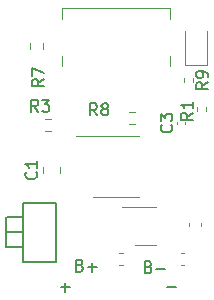
<source format=gbr>
%TF.GenerationSoftware,KiCad,Pcbnew,7.0.7*%
%TF.CreationDate,2023-09-27T10:33:14+01:00*%
%TF.ProjectId,tp4650+10a45,74703436-3530-42b3-9130-6134352e6b69,rev?*%
%TF.SameCoordinates,Original*%
%TF.FileFunction,Legend,Top*%
%TF.FilePolarity,Positive*%
%FSLAX46Y46*%
G04 Gerber Fmt 4.6, Leading zero omitted, Abs format (unit mm)*
G04 Created by KiCad (PCBNEW 7.0.7) date 2023-09-27 10:33:14*
%MOMM*%
%LPD*%
G01*
G04 APERTURE LIST*
%ADD10C,0.150000*%
%ADD11C,0.120000*%
G04 APERTURE END LIST*
D10*
X133324648Y-97228866D02*
X134086553Y-97228866D01*
X133705600Y-97609819D02*
X133705600Y-96847914D01*
X134935981Y-95358809D02*
X135078838Y-95406428D01*
X135078838Y-95406428D02*
X135126457Y-95454047D01*
X135126457Y-95454047D02*
X135174076Y-95549285D01*
X135174076Y-95549285D02*
X135174076Y-95692142D01*
X135174076Y-95692142D02*
X135126457Y-95787380D01*
X135126457Y-95787380D02*
X135078838Y-95835000D01*
X135078838Y-95835000D02*
X134983600Y-95882619D01*
X134983600Y-95882619D02*
X134602648Y-95882619D01*
X134602648Y-95882619D02*
X134602648Y-94882619D01*
X134602648Y-94882619D02*
X134935981Y-94882619D01*
X134935981Y-94882619D02*
X135031219Y-94930238D01*
X135031219Y-94930238D02*
X135078838Y-94977857D01*
X135078838Y-94977857D02*
X135126457Y-95073095D01*
X135126457Y-95073095D02*
X135126457Y-95168333D01*
X135126457Y-95168333D02*
X135078838Y-95263571D01*
X135078838Y-95263571D02*
X135031219Y-95311190D01*
X135031219Y-95311190D02*
X134935981Y-95358809D01*
X134935981Y-95358809D02*
X134602648Y-95358809D01*
X135602648Y-95501666D02*
X136364553Y-95501666D01*
X135983600Y-95882619D02*
X135983600Y-95120714D01*
X142290848Y-97228866D02*
X143052753Y-97228866D01*
X140752581Y-95485809D02*
X140895438Y-95533428D01*
X140895438Y-95533428D02*
X140943057Y-95581047D01*
X140943057Y-95581047D02*
X140990676Y-95676285D01*
X140990676Y-95676285D02*
X140990676Y-95819142D01*
X140990676Y-95819142D02*
X140943057Y-95914380D01*
X140943057Y-95914380D02*
X140895438Y-95962000D01*
X140895438Y-95962000D02*
X140800200Y-96009619D01*
X140800200Y-96009619D02*
X140419248Y-96009619D01*
X140419248Y-96009619D02*
X140419248Y-95009619D01*
X140419248Y-95009619D02*
X140752581Y-95009619D01*
X140752581Y-95009619D02*
X140847819Y-95057238D01*
X140847819Y-95057238D02*
X140895438Y-95104857D01*
X140895438Y-95104857D02*
X140943057Y-95200095D01*
X140943057Y-95200095D02*
X140943057Y-95295333D01*
X140943057Y-95295333D02*
X140895438Y-95390571D01*
X140895438Y-95390571D02*
X140847819Y-95438190D01*
X140847819Y-95438190D02*
X140752581Y-95485809D01*
X140752581Y-95485809D02*
X140419248Y-95485809D01*
X141419248Y-95628666D02*
X142181153Y-95628666D01*
X131874419Y-79617866D02*
X131398228Y-79951199D01*
X131874419Y-80189294D02*
X130874419Y-80189294D01*
X130874419Y-80189294D02*
X130874419Y-79808342D01*
X130874419Y-79808342D02*
X130922038Y-79713104D01*
X130922038Y-79713104D02*
X130969657Y-79665485D01*
X130969657Y-79665485D02*
X131064895Y-79617866D01*
X131064895Y-79617866D02*
X131207752Y-79617866D01*
X131207752Y-79617866D02*
X131302990Y-79665485D01*
X131302990Y-79665485D02*
X131350609Y-79713104D01*
X131350609Y-79713104D02*
X131398228Y-79808342D01*
X131398228Y-79808342D02*
X131398228Y-80189294D01*
X130874419Y-79284532D02*
X130874419Y-78617866D01*
X130874419Y-78617866D02*
X131874419Y-79046437D01*
X142669580Y-83458666D02*
X142717200Y-83506285D01*
X142717200Y-83506285D02*
X142764819Y-83649142D01*
X142764819Y-83649142D02*
X142764819Y-83744380D01*
X142764819Y-83744380D02*
X142717200Y-83887237D01*
X142717200Y-83887237D02*
X142621961Y-83982475D01*
X142621961Y-83982475D02*
X142526723Y-84030094D01*
X142526723Y-84030094D02*
X142336247Y-84077713D01*
X142336247Y-84077713D02*
X142193390Y-84077713D01*
X142193390Y-84077713D02*
X142002914Y-84030094D01*
X142002914Y-84030094D02*
X141907676Y-83982475D01*
X141907676Y-83982475D02*
X141812438Y-83887237D01*
X141812438Y-83887237D02*
X141764819Y-83744380D01*
X141764819Y-83744380D02*
X141764819Y-83649142D01*
X141764819Y-83649142D02*
X141812438Y-83506285D01*
X141812438Y-83506285D02*
X141860057Y-83458666D01*
X141764819Y-83125332D02*
X141764819Y-82506285D01*
X141764819Y-82506285D02*
X142145771Y-82839618D01*
X142145771Y-82839618D02*
X142145771Y-82696761D01*
X142145771Y-82696761D02*
X142193390Y-82601523D01*
X142193390Y-82601523D02*
X142241009Y-82553904D01*
X142241009Y-82553904D02*
X142336247Y-82506285D01*
X142336247Y-82506285D02*
X142574342Y-82506285D01*
X142574342Y-82506285D02*
X142669580Y-82553904D01*
X142669580Y-82553904D02*
X142717200Y-82601523D01*
X142717200Y-82601523D02*
X142764819Y-82696761D01*
X142764819Y-82696761D02*
X142764819Y-82982475D01*
X142764819Y-82982475D02*
X142717200Y-83077713D01*
X142717200Y-83077713D02*
X142669580Y-83125332D01*
X131216780Y-87462566D02*
X131264400Y-87510185D01*
X131264400Y-87510185D02*
X131312019Y-87653042D01*
X131312019Y-87653042D02*
X131312019Y-87748280D01*
X131312019Y-87748280D02*
X131264400Y-87891137D01*
X131264400Y-87891137D02*
X131169161Y-87986375D01*
X131169161Y-87986375D02*
X131073923Y-88033994D01*
X131073923Y-88033994D02*
X130883447Y-88081613D01*
X130883447Y-88081613D02*
X130740590Y-88081613D01*
X130740590Y-88081613D02*
X130550114Y-88033994D01*
X130550114Y-88033994D02*
X130454876Y-87986375D01*
X130454876Y-87986375D02*
X130359638Y-87891137D01*
X130359638Y-87891137D02*
X130312019Y-87748280D01*
X130312019Y-87748280D02*
X130312019Y-87653042D01*
X130312019Y-87653042D02*
X130359638Y-87510185D01*
X130359638Y-87510185D02*
X130407257Y-87462566D01*
X131312019Y-86510185D02*
X131312019Y-87081613D01*
X131312019Y-86795899D02*
X130312019Y-86795899D01*
X130312019Y-86795899D02*
X130454876Y-86891137D01*
X130454876Y-86891137D02*
X130550114Y-86986375D01*
X130550114Y-86986375D02*
X130597733Y-87081613D01*
X145775219Y-79861066D02*
X145299028Y-80194399D01*
X145775219Y-80432494D02*
X144775219Y-80432494D01*
X144775219Y-80432494D02*
X144775219Y-80051542D01*
X144775219Y-80051542D02*
X144822838Y-79956304D01*
X144822838Y-79956304D02*
X144870457Y-79908685D01*
X144870457Y-79908685D02*
X144965695Y-79861066D01*
X144965695Y-79861066D02*
X145108552Y-79861066D01*
X145108552Y-79861066D02*
X145203790Y-79908685D01*
X145203790Y-79908685D02*
X145251409Y-79956304D01*
X145251409Y-79956304D02*
X145299028Y-80051542D01*
X145299028Y-80051542D02*
X145299028Y-80432494D01*
X145775219Y-79384875D02*
X145775219Y-79194399D01*
X145775219Y-79194399D02*
X145727600Y-79099161D01*
X145727600Y-79099161D02*
X145679980Y-79051542D01*
X145679980Y-79051542D02*
X145537123Y-78956304D01*
X145537123Y-78956304D02*
X145346647Y-78908685D01*
X145346647Y-78908685D02*
X144965695Y-78908685D01*
X144965695Y-78908685D02*
X144870457Y-78956304D01*
X144870457Y-78956304D02*
X144822838Y-79003923D01*
X144822838Y-79003923D02*
X144775219Y-79099161D01*
X144775219Y-79099161D02*
X144775219Y-79289637D01*
X144775219Y-79289637D02*
X144822838Y-79384875D01*
X144822838Y-79384875D02*
X144870457Y-79432494D01*
X144870457Y-79432494D02*
X144965695Y-79480113D01*
X144965695Y-79480113D02*
X145203790Y-79480113D01*
X145203790Y-79480113D02*
X145299028Y-79432494D01*
X145299028Y-79432494D02*
X145346647Y-79384875D01*
X145346647Y-79384875D02*
X145394266Y-79289637D01*
X145394266Y-79289637D02*
X145394266Y-79099161D01*
X145394266Y-79099161D02*
X145346647Y-79003923D01*
X145346647Y-79003923D02*
X145299028Y-78956304D01*
X145299028Y-78956304D02*
X145203790Y-78908685D01*
X144482019Y-82437366D02*
X144005828Y-82770699D01*
X144482019Y-83008794D02*
X143482019Y-83008794D01*
X143482019Y-83008794D02*
X143482019Y-82627842D01*
X143482019Y-82627842D02*
X143529638Y-82532604D01*
X143529638Y-82532604D02*
X143577257Y-82484985D01*
X143577257Y-82484985D02*
X143672495Y-82437366D01*
X143672495Y-82437366D02*
X143815352Y-82437366D01*
X143815352Y-82437366D02*
X143910590Y-82484985D01*
X143910590Y-82484985D02*
X143958209Y-82532604D01*
X143958209Y-82532604D02*
X144005828Y-82627842D01*
X144005828Y-82627842D02*
X144005828Y-83008794D01*
X144482019Y-81484985D02*
X144482019Y-82056413D01*
X144482019Y-81770699D02*
X143482019Y-81770699D01*
X143482019Y-81770699D02*
X143624876Y-81865937D01*
X143624876Y-81865937D02*
X143720114Y-81961175D01*
X143720114Y-81961175D02*
X143767733Y-82056413D01*
X136383733Y-82649219D02*
X136050400Y-82173028D01*
X135812305Y-82649219D02*
X135812305Y-81649219D01*
X135812305Y-81649219D02*
X136193257Y-81649219D01*
X136193257Y-81649219D02*
X136288495Y-81696838D01*
X136288495Y-81696838D02*
X136336114Y-81744457D01*
X136336114Y-81744457D02*
X136383733Y-81839695D01*
X136383733Y-81839695D02*
X136383733Y-81982552D01*
X136383733Y-81982552D02*
X136336114Y-82077790D01*
X136336114Y-82077790D02*
X136288495Y-82125409D01*
X136288495Y-82125409D02*
X136193257Y-82173028D01*
X136193257Y-82173028D02*
X135812305Y-82173028D01*
X136955162Y-82077790D02*
X136859924Y-82030171D01*
X136859924Y-82030171D02*
X136812305Y-81982552D01*
X136812305Y-81982552D02*
X136764686Y-81887314D01*
X136764686Y-81887314D02*
X136764686Y-81839695D01*
X136764686Y-81839695D02*
X136812305Y-81744457D01*
X136812305Y-81744457D02*
X136859924Y-81696838D01*
X136859924Y-81696838D02*
X136955162Y-81649219D01*
X136955162Y-81649219D02*
X137145638Y-81649219D01*
X137145638Y-81649219D02*
X137240876Y-81696838D01*
X137240876Y-81696838D02*
X137288495Y-81744457D01*
X137288495Y-81744457D02*
X137336114Y-81839695D01*
X137336114Y-81839695D02*
X137336114Y-81887314D01*
X137336114Y-81887314D02*
X137288495Y-81982552D01*
X137288495Y-81982552D02*
X137240876Y-82030171D01*
X137240876Y-82030171D02*
X137145638Y-82077790D01*
X137145638Y-82077790D02*
X136955162Y-82077790D01*
X136955162Y-82077790D02*
X136859924Y-82125409D01*
X136859924Y-82125409D02*
X136812305Y-82173028D01*
X136812305Y-82173028D02*
X136764686Y-82268266D01*
X136764686Y-82268266D02*
X136764686Y-82458742D01*
X136764686Y-82458742D02*
X136812305Y-82553980D01*
X136812305Y-82553980D02*
X136859924Y-82601600D01*
X136859924Y-82601600D02*
X136955162Y-82649219D01*
X136955162Y-82649219D02*
X137145638Y-82649219D01*
X137145638Y-82649219D02*
X137240876Y-82601600D01*
X137240876Y-82601600D02*
X137288495Y-82553980D01*
X137288495Y-82553980D02*
X137336114Y-82458742D01*
X137336114Y-82458742D02*
X137336114Y-82268266D01*
X137336114Y-82268266D02*
X137288495Y-82173028D01*
X137288495Y-82173028D02*
X137240876Y-82125409D01*
X137240876Y-82125409D02*
X137145638Y-82077790D01*
X131405333Y-82344419D02*
X131072000Y-81868228D01*
X130833905Y-82344419D02*
X130833905Y-81344419D01*
X130833905Y-81344419D02*
X131214857Y-81344419D01*
X131214857Y-81344419D02*
X131310095Y-81392038D01*
X131310095Y-81392038D02*
X131357714Y-81439657D01*
X131357714Y-81439657D02*
X131405333Y-81534895D01*
X131405333Y-81534895D02*
X131405333Y-81677752D01*
X131405333Y-81677752D02*
X131357714Y-81772990D01*
X131357714Y-81772990D02*
X131310095Y-81820609D01*
X131310095Y-81820609D02*
X131214857Y-81868228D01*
X131214857Y-81868228D02*
X130833905Y-81868228D01*
X131738667Y-81344419D02*
X132357714Y-81344419D01*
X132357714Y-81344419D02*
X132024381Y-81725371D01*
X132024381Y-81725371D02*
X132167238Y-81725371D01*
X132167238Y-81725371D02*
X132262476Y-81772990D01*
X132262476Y-81772990D02*
X132310095Y-81820609D01*
X132310095Y-81820609D02*
X132357714Y-81915847D01*
X132357714Y-81915847D02*
X132357714Y-82153942D01*
X132357714Y-82153942D02*
X132310095Y-82249180D01*
X132310095Y-82249180D02*
X132262476Y-82296800D01*
X132262476Y-82296800D02*
X132167238Y-82344419D01*
X132167238Y-82344419D02*
X131881524Y-82344419D01*
X131881524Y-82344419D02*
X131786286Y-82296800D01*
X131786286Y-82296800D02*
X131738667Y-82249180D01*
D11*
%TO.C,C2*%
X144143000Y-92043467D02*
X144143000Y-91750933D01*
X145163000Y-92043467D02*
X145163000Y-91750933D01*
%TO.C,D1*%
X143820000Y-78364800D02*
X145740000Y-78364800D01*
X145740000Y-78364800D02*
X145740000Y-75504800D01*
X143820000Y-75504800D02*
X143820000Y-78364800D01*
%TO.C,R7*%
X130744700Y-77062424D02*
X130744700Y-76552976D01*
X131789700Y-77062424D02*
X131789700Y-76552976D01*
%TO.C,C3*%
X143870000Y-83196165D02*
X143870000Y-83427835D01*
X143150000Y-83196165D02*
X143150000Y-83427835D01*
%TO.C,C1*%
X133272200Y-87557152D02*
X133272200Y-87034648D01*
X131802200Y-87557152D02*
X131802200Y-87034648D01*
%TO.C,C4*%
X138259433Y-94333600D02*
X138551967Y-94333600D01*
X138259433Y-95353600D02*
X138551967Y-95353600D01*
%TO.C,P1*%
X133443600Y-74506800D02*
X133443600Y-73556800D01*
X133443600Y-78481800D02*
X133443600Y-77626800D01*
X142603600Y-73556800D02*
X133443600Y-73556800D01*
X142603600Y-74506800D02*
X142603600Y-73556800D01*
X142603600Y-78481800D02*
X142603600Y-77626800D01*
%TO.C,U2*%
X138023600Y-89529600D02*
X139973600Y-89529600D01*
X138023600Y-89529600D02*
X136073600Y-89529600D01*
X138023600Y-84409600D02*
X139973600Y-84409600D01*
X138023600Y-84409600D02*
X134573600Y-84409600D01*
D10*
%TO.C,SW1*%
X132879800Y-95104800D02*
X130079800Y-95104800D01*
X128679800Y-93804800D02*
X129999750Y-93804800D01*
X128679800Y-92559450D02*
X128679800Y-91251350D01*
X128679800Y-92554800D02*
X129999750Y-92554800D01*
X128679800Y-92500750D02*
X128679800Y-93808850D01*
X128729800Y-91251350D02*
X130049750Y-91251350D01*
X132879800Y-90154800D02*
X132879800Y-95054800D01*
X130079800Y-90104800D02*
X130079800Y-95104800D01*
X132879800Y-90104800D02*
X130079800Y-90104800D01*
D11*
%TO.C,U1*%
X141412800Y-90388800D02*
X138462800Y-90388800D01*
X139612800Y-93608800D02*
X141412800Y-93608800D01*
%TO.C,R9*%
X143790400Y-79822021D02*
X143790400Y-79486779D01*
X144550400Y-79822021D02*
X144550400Y-79486779D01*
%TO.C,R1*%
X145617200Y-81913079D02*
X145617200Y-82248321D01*
X144857200Y-81913079D02*
X144857200Y-82248321D01*
%TO.C,C5*%
X143491833Y-95353600D02*
X143784367Y-95353600D01*
X143491833Y-94333600D02*
X143784367Y-94333600D01*
%TO.C,R8*%
X139089676Y-82332300D02*
X139599124Y-82332300D01*
X139089676Y-83377300D02*
X139599124Y-83377300D01*
%TO.C,R3*%
X132489024Y-83986900D02*
X131979576Y-83986900D01*
X132489024Y-82941900D02*
X131979576Y-82941900D01*
%TD*%
M02*

</source>
